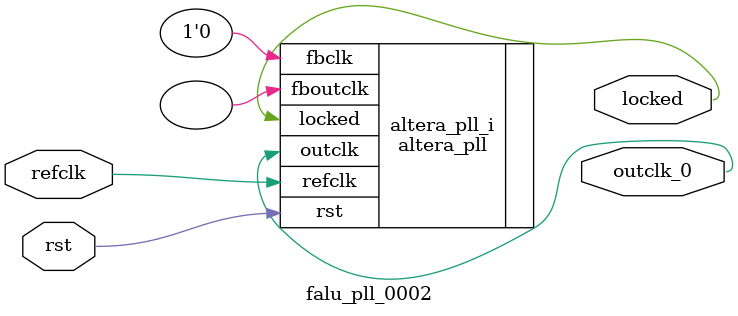
<source format=v>
`timescale 1ns/10ps
module  falu_pll_0002(

	// interface 'refclk'
	input wire refclk,

	// interface 'reset'
	input wire rst,

	// interface 'outclk0'
	output wire outclk_0,

	// interface 'locked'
	output wire locked
);

	altera_pll #(
		.fractional_vco_multiplier("false"),
		.reference_clock_frequency("20.0 MHz"),
		.operation_mode("direct"),
		.number_of_clocks(1),
		.output_clock_frequency0("100.000000 MHz"),
		.phase_shift0("0 ps"),
		.duty_cycle0(50),
		.output_clock_frequency1("0 MHz"),
		.phase_shift1("0 ps"),
		.duty_cycle1(50),
		.output_clock_frequency2("0 MHz"),
		.phase_shift2("0 ps"),
		.duty_cycle2(50),
		.output_clock_frequency3("0 MHz"),
		.phase_shift3("0 ps"),
		.duty_cycle3(50),
		.output_clock_frequency4("0 MHz"),
		.phase_shift4("0 ps"),
		.duty_cycle4(50),
		.output_clock_frequency5("0 MHz"),
		.phase_shift5("0 ps"),
		.duty_cycle5(50),
		.output_clock_frequency6("0 MHz"),
		.phase_shift6("0 ps"),
		.duty_cycle6(50),
		.output_clock_frequency7("0 MHz"),
		.phase_shift7("0 ps"),
		.duty_cycle7(50),
		.output_clock_frequency8("0 MHz"),
		.phase_shift8("0 ps"),
		.duty_cycle8(50),
		.output_clock_frequency9("0 MHz"),
		.phase_shift9("0 ps"),
		.duty_cycle9(50),
		.output_clock_frequency10("0 MHz"),
		.phase_shift10("0 ps"),
		.duty_cycle10(50),
		.output_clock_frequency11("0 MHz"),
		.phase_shift11("0 ps"),
		.duty_cycle11(50),
		.output_clock_frequency12("0 MHz"),
		.phase_shift12("0 ps"),
		.duty_cycle12(50),
		.output_clock_frequency13("0 MHz"),
		.phase_shift13("0 ps"),
		.duty_cycle13(50),
		.output_clock_frequency14("0 MHz"),
		.phase_shift14("0 ps"),
		.duty_cycle14(50),
		.output_clock_frequency15("0 MHz"),
		.phase_shift15("0 ps"),
		.duty_cycle15(50),
		.output_clock_frequency16("0 MHz"),
		.phase_shift16("0 ps"),
		.duty_cycle16(50),
		.output_clock_frequency17("0 MHz"),
		.phase_shift17("0 ps"),
		.duty_cycle17(50),
		.pll_type("General"),
		.pll_subtype("General")
	) altera_pll_i (
		.rst	(rst),
		.outclk	({outclk_0}),
		.locked	(locked),
		.fboutclk	( ),
		.fbclk	(1'b0),
		.refclk	(refclk)
	);
endmodule


</source>
